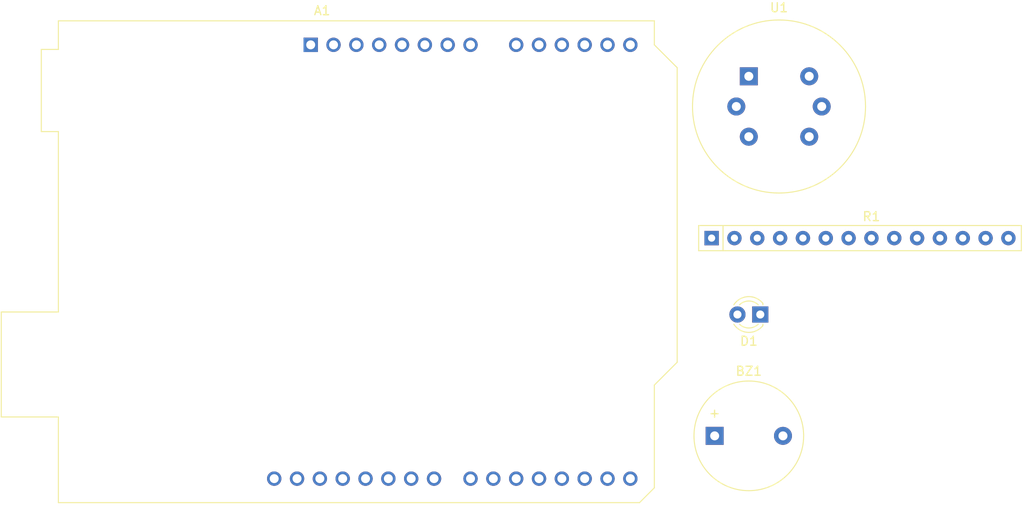
<source format=kicad_pcb>
(kicad_pcb (version 20240108) (generator "pcbnew") (generator_version "8.0")
  (layers (0 "F.Cu" signal) (31 "B.Cu" signal) (34 "B.Paste" user) (35 "F.Paste" user) (36 "B.SilkS" user "B.Silkscreen") (37 "F.SilkS" user "F.Silkscreen") (38 "B.Mask" user) (39 "F.Mask" user) (44 "Edge.Cuts" user))
  (net 0 "")
  (net 1 "Net-(BZ1--)")
  (net 15 "Net-(A1-D13)")
  (net 20 "Net-(A1-+5V)")
  (net 24 "Net-(A1-A0)")
  (net 29 "Net-(A1-D10)")
  (net 31 "Net-(D1-A)")
  (footprint "Buzzer_Beeper:Buzzer_12x9.5RM7.6" (layer "F.Cu") (at 185.2 84)
    (property "Reference" "BZ1" (at 3.8 -7.2 360) (layer "F.SilkS"))
    (property "Value" "Buzzer")
    (fp_circle (center 3.8 0) (end 9.9 0) (stroke (width 0.12)) (fill none) (layer "F.SilkS"))
    (fp_text user "+" (at -0.01 -2.54 360) (layer "F.SilkS"))
    (pad "1" thru_hole rect (at 0 0) (size 2 2) (drill 1) (layers "*.Cu" "*.Mask") (net 15 "Net-(A1-D13)"))
    (pad "2" thru_hole circle (at 7.6 0) (size 2 2) (drill 1) (layers "*.Cu" "*.Mask") (net 1 "Net-(BZ1--)"))
  )
  (footprint "Sensor:MQ-6" (layer "F.Cu") (at 189 44)
    (property "Reference" "U1" (at 3.36 -7.64 0) (layer "F.SilkS"))
    (property "Value" "MQ-6")
    (fp_circle (center 3.36 3.36) (end 12.985 3.36) (stroke (width 0.12)) (fill none) (layer "F.SilkS"))
    (pad "1" thru_hole rect (at 0 0) (size 2 2) (drill 1) (layers "*.Cu" "*.Mask"))
    (pad "2" thru_hole circle (at -1.39 3.36) (size 2 2) (drill 1) (layers "*.Cu" "*.Mask") (net 20 "Net-(A1-+5V)"))
    (pad "3" thru_hole circle (at 0 6.72 90) (size 2 2) (drill 1) (layers "*.Cu" "*.Mask"))
    (pad "4" thru_hole circle (at 6.72 6.72 180) (size 2 2) (drill 1) (layers "*.Cu" "*.Mask"))
    (pad "5" thru_hole circle (at 8.11 3.36) (size 2 2) (drill 1) (layers "*.Cu" "*.Mask") (net 1 "Net-(BZ1--)"))
    (pad "6" thru_hole circle (at 6.72 0 270) (size 2 2) (drill 1) (layers "*.Cu" "*.Mask") (net 24 "Net-(A1-A0)"))
  )
  (footprint "Resistor_THT:R_Array_SIP14" (layer "F.Cu") (at 184.86 62)
    (property "Reference" "R1" (at 17.78 -2.4 0) (layer "F.SilkS"))
    (property "Value" "R")
    (fp_line (start -1.44 -1.4) (end -1.44 1.4) (stroke (width 0.12)) (layer "F.SilkS"))
    (fp_line (start -1.44 1.4) (end 34.46 1.4) (stroke (width 0.12)) (layer "F.SilkS"))
    (fp_line (start 1.27 -1.4) (end 1.27 1.4) (stroke (width 0.12)) (layer "F.SilkS"))
    (fp_line (start 34.46 -1.4) (end -1.44 -1.4) (stroke (width 0.12)) (layer "F.SilkS"))
    (fp_line (start 34.46 1.4) (end 34.46 -1.4) (stroke (width 0.12)) (layer "F.SilkS"))
    (pad "1" thru_hole rect (at 0 0) (size 1.6 1.6) (drill 0.8) (layers "*.Cu" "*.Mask") (net 31 "Net-(D1-A)"))
    (pad "2" thru_hole oval (at 2.54 0) (size 1.6 1.6) (drill 0.8) (layers "*.Cu" "*.Mask") (net 29 "Net-(A1-D10)"))
    (pad "3" thru_hole oval (at 5.08 0) (size 1.6 1.6) (drill 0.8) (layers "*.Cu" "*.Mask"))
    (pad "4" thru_hole oval (at 7.62 0) (size 1.6 1.6) (drill 0.8) (layers "*.Cu" "*.Mask"))
    (pad "5" thru_hole oval (at 10.16 0) (size 1.6 1.6) (drill 0.8) (layers "*.Cu" "*.Mask"))
    (pad "6" thru_hole oval (at 12.7 0) (size 1.6 1.6) (drill 0.8) (layers "*.Cu" "*.Mask"))
    (pad "7" thru_hole oval (at 15.24 0) (size 1.6 1.6) (drill 0.8) (layers "*.Cu" "*.Mask"))
    (pad "8" thru_hole oval (at 17.78 0) (size 1.6 1.6) (drill 0.8) (layers "*.Cu" "*.Mask"))
    (pad "9" thru_hole oval (at 20.32 0) (size 1.6 1.6) (drill 0.8) (layers "*.Cu" "*.Mask"))
    (pad "10" thru_hole oval (at 22.86 0) (size 1.6 1.6) (drill 0.8) (layers "*.Cu" "*.Mask"))
    (pad "11" thru_hole oval (at 25.4 0) (size 1.6 1.6) (drill 0.8) (layers "*.Cu" "*.Mask"))
    (pad "12" thru_hole oval (at 27.94 0) (size 1.6 1.6) (drill 0.8) (layers "*.Cu" "*.Mask"))
    (pad "13" thru_hole oval (at 30.48 0) (size 1.6 1.6) (drill 0.8) (layers "*.Cu" "*.Mask"))
    (pad "14" thru_hole oval (at 33.02 0) (size 1.6 1.6) (drill 0.8) (layers "*.Cu" "*.Mask"))
  )
  (footprint "LED_THT:LED_D3.0mm" (layer "F.Cu") (at 190.275 70.5 180)
    (property "Reference" "D1" (at 1.27 -2.96 0) (layer "F.SilkS"))
    (property "Value" "LED")
    (fp_line (start -0.29 1.08) (end -0.29 1.236) (stroke (width 0.12)) (layer "F.SilkS"))
    (fp_line (start -0.29 -1.236) (end -0.29 -1.08) (stroke (width 0.12)) (layer "F.SilkS"))
    (fp_arc (start 2.942335 1.078608) (mid 1.366487 1.987659) (end -0.29 1.235516) (stroke (width 0.12)) (layer "F.SilkS"))
    (fp_arc (start 2.31113 1.079837) (mid 1.270117 1.5) (end 0.229039 1.08) (stroke (width 0.12)) (layer "F.SilkS"))
    (fp_arc (start 0.229039 -1.08) (mid 1.270117 -1.5) (end 2.31113 -1.079837) (stroke (width 0.12)) (layer "F.SilkS"))
    (fp_arc (start -0.29 -1.235516) (mid 1.366487 -1.987659) (end 2.942335 -1.078608) (stroke (width 0.12)) (layer "F.SilkS"))
    (pad "1" thru_hole rect (at 0 0 180) (size 1.8 1.8) (drill 0.9) (layers "*.Cu" "*.Mask") (net 1 "Net-(BZ1--)"))
    (pad "2" thru_hole circle (at 2.54 0 180) (size 1.8 1.8) (drill 0.9) (layers "*.Cu" "*.Mask") (net 31 "Net-(D1-A)"))
  )
  (footprint "Module:Arduino_UNO_R2" (layer "F.Cu") (at 140.26 40.5)
    (property "Reference" "A1" (at 1.27 -3.81 0) (layer "F.SilkS"))
    (property "Value" "Arduino_UNO_R2")
    (fp_line (start -34.42 29.72) (end -34.42 41.4) (stroke (width 0.12)) (layer "F.SilkS"))
    (fp_line (start -34.42 41.4) (end -28.07 41.4) (stroke (width 0.12)) (layer "F.SilkS"))
    (fp_line (start -29.97 0.51) (end -29.97 9.65) (stroke (width 0.12)) (layer "F.SilkS"))
    (fp_line (start -29.97 9.65) (end -28.07 9.65) (stroke (width 0.12)) (layer "F.SilkS"))
    (fp_line (start -28.07 -2.67) (end -28.07 0.51) (stroke (width 0.12)) (layer "F.SilkS"))
    (fp_line (start -28.07 0.51) (end -29.97 0.51) (stroke (width 0.12)) (layer "F.SilkS"))
    (fp_line (start -28.07 9.65) (end -28.07 29.72) (stroke (width 0.12)) (layer "F.SilkS"))
    (fp_line (start -28.07 29.72) (end -34.42 29.72) (stroke (width 0.12)) (layer "F.SilkS"))
    (fp_line (start -28.07 41.4) (end -28.07 50.93) (stroke (width 0.12)) (layer "F.SilkS"))
    (fp_line (start -28.07 50.93) (end 36.58 50.93) (stroke (width 0.12)) (layer "F.SilkS"))
    (fp_line (start 36.58 50.93) (end 38.23 49.28) (stroke (width 0.12)) (layer "F.SilkS"))
    (fp_line (start 38.23 -2.67) (end -28.07 -2.67) (stroke (width 0.12)) (layer "F.SilkS"))
    (fp_line (start 38.23 0) (end 38.23 -2.67) (stroke (width 0.12)) (layer "F.SilkS"))
    (fp_line (start 38.23 37.85) (end 40.77 35.31) (stroke (width 0.12)) (layer "F.SilkS"))
    (fp_line (start 38.23 49.28) (end 38.23 37.85) (stroke (width 0.12)) (layer "F.SilkS"))
    (fp_line (start 40.77 2.54) (end 38.23 0) (stroke (width 0.12)) (layer "F.SilkS"))
    (fp_line (start 40.77 35.31) (end 40.77 2.54) (stroke (width 0.12)) (layer "F.SilkS"))
    (pad "1" thru_hole rect (at 0 0 90) (size 1.6 1.6) (drill 1) (layers "*.Cu" "*.Mask"))
    (pad "2" thru_hole oval (at 2.54 0 90) (size 1.6 1.6) (drill 1) (layers "*.Cu" "*.Mask"))
    (pad "3" thru_hole oval (at 5.08 0 90) (size 1.6 1.6) (drill 1) (layers "*.Cu" "*.Mask"))
    (pad "4" thru_hole oval (at 7.62 0 90) (size 1.6 1.6) (drill 1) (layers "*.Cu" "*.Mask"))
    (pad "5" thru_hole oval (at 10.16 0 90) (size 1.6 1.6) (drill 1) (layers "*.Cu" "*.Mask") (net 20 "Net-(A1-+5V)"))
    (pad "6" thru_hole oval (at 12.7 0 90) (size 1.6 1.6) (drill 1) (layers "*.Cu" "*.Mask"))
    (pad "7" thru_hole oval (at 15.24 0 90) (size 1.6 1.6) (drill 1) (layers "*.Cu" "*.Mask") (net 1 "Net-(BZ1--)"))
    (pad "8" thru_hole oval (at 17.78 0 90) (size 1.6 1.6) (drill 1) (layers "*.Cu" "*.Mask"))
    (pad "9" thru_hole oval (at 22.86 0 90) (size 1.6 1.6) (drill 1) (layers "*.Cu" "*.Mask") (net 24 "Net-(A1-A0)"))
    (pad "10" thru_hole oval (at 25.4 0 90) (size 1.6 1.6) (drill 1) (layers "*.Cu" "*.Mask"))
    (pad "11" thru_hole oval (at 27.94 0 90) (size 1.6 1.6) (drill 1) (layers "*.Cu" "*.Mask"))
    (pad "12" thru_hole oval (at 30.48 0 90) (size 1.6 1.6) (drill 1) (layers "*.Cu" "*.Mask"))
    (pad "13" thru_hole oval (at 33.02 0 90) (size 1.6 1.6) (drill 1) (layers "*.Cu" "*.Mask"))
    (pad "14" thru_hole oval (at 35.56 0 90) (size 1.6 1.6) (drill 1) (layers "*.Cu" "*.Mask"))
    (pad "15" thru_hole oval (at 35.56 48.26 90) (size 1.6 1.6) (drill 1) (layers "*.Cu" "*.Mask"))
    (pad "16" thru_hole oval (at 33.02 48.26 90) (size 1.6 1.6) (drill 1) (layers "*.Cu" "*.Mask"))
    (pad "17" thru_hole oval (at 30.48 48.26 90) (size 1.6 1.6) (drill 1) (layers "*.Cu" "*.Mask"))
    (pad "18" thru_hole oval (at 27.94 48.26 90) (size 1.6 1.6) (drill 1) (layers "*.Cu" "*.Mask"))
    (pad "19" thru_hole oval (at 25.4 48.26 90) (size 1.6 1.6) (drill 1) (layers "*.Cu" "*.Mask"))
    (pad "20" thru_hole oval (at 22.86 48.26 90) (size 1.6 1.6) (drill 1) (layers "*.Cu" "*.Mask"))
    (pad "21" thru_hole oval (at 20.32 48.26 90) (size 1.6 1.6) (drill 1) (layers "*.Cu" "*.Mask"))
    (pad "22" thru_hole oval (at 17.78 48.26 90) (size 1.6 1.6) (drill 1) (layers "*.Cu" "*.Mask"))
    (pad "23" thru_hole oval (at 13.72 48.26 90) (size 1.6 1.6) (drill 1) (layers "*.Cu" "*.Mask"))
    (pad "24" thru_hole oval (at 11.18 48.26 90) (size 1.6 1.6) (drill 1) (layers "*.Cu" "*.Mask"))
    (pad "25" thru_hole oval (at 8.64 48.26 90) (size 1.6 1.6) (drill 1) (layers "*.Cu" "*.Mask") (net 29 "Net-(A1-D10)"))
    (pad "26" thru_hole oval (at 6.1 48.26 90) (size 1.6 1.6) (drill 1) (layers "*.Cu" "*.Mask"))
    (pad "27" thru_hole oval (at 3.56 48.26 90) (size 1.6 1.6) (drill 1) (layers "*.Cu" "*.Mask"))
    (pad "28" thru_hole oval (at 1.02 48.26 90) (size 1.6 1.6) (drill 1) (layers "*.Cu" "*.Mask") (net 15 "Net-(A1-D13)"))
    (pad "29" thru_hole oval (at -1.52 48.26 90) (size 1.6 1.6) (drill 1) (layers "*.Cu" "*.Mask"))
    (pad "30" thru_hole oval (at -4.06 48.26 90) (size 1.6 1.6) (drill 1) (layers "*.Cu" "*.Mask"))
  )
)
</source>
